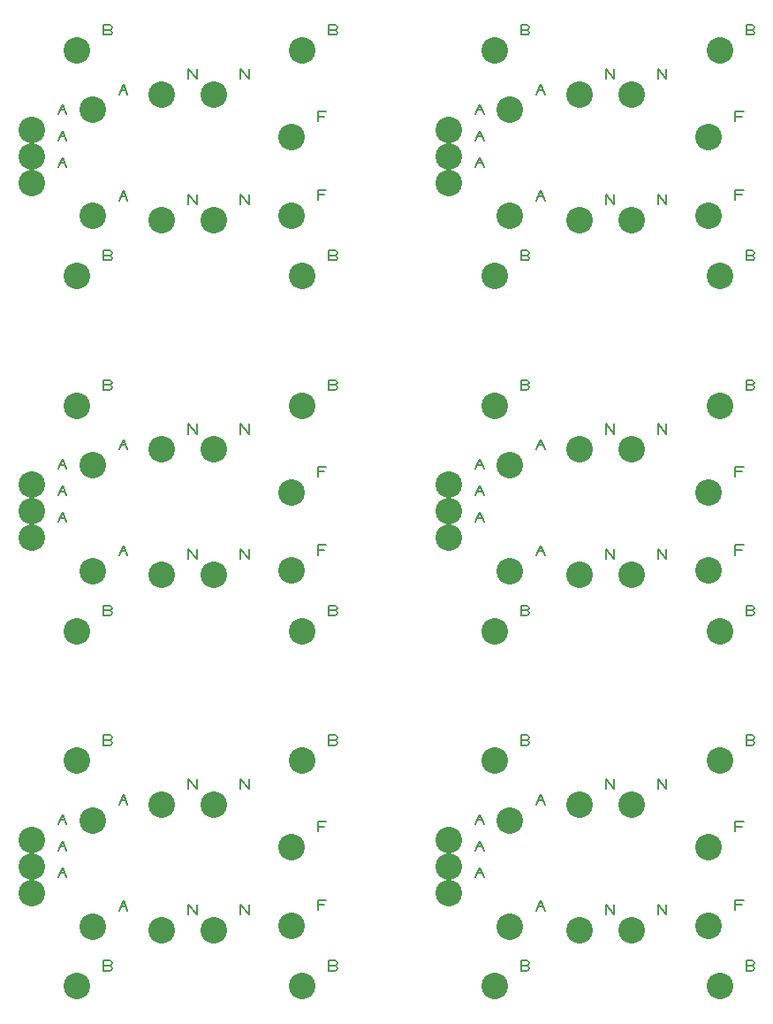
<source format=gbr>
G04 EasyPC Gerber Version 20.0.2 Build 4112 *
%FSLAX35Y35*%
%MOIN*%
%ADD15C,0.00500*%
%ADD14C,0.10000*%
X0Y0D02*
D02*
D14*
X14000Y56742D03*
Y66742D03*
Y76742D03*
Y190600D03*
Y200600D03*
Y210600D03*
Y324459D03*
Y334459D03*
Y344459D03*
X31126Y21522D03*
Y106522D03*
Y155380D03*
Y240380D03*
Y289239D03*
Y374239D03*
X37031Y44153D03*
Y84153D03*
Y178011D03*
Y218011D03*
Y311869D03*
Y351869D03*
X63094Y42743D03*
Y89987D03*
Y176601D03*
Y223845D03*
Y310459D03*
Y357703D03*
X82780Y42743D03*
Y89987D03*
Y176601D03*
Y223845D03*
Y310459D03*
Y357703D03*
X111970Y44365D03*
Y73893D03*
Y178224D03*
Y207751D03*
Y312082D03*
Y341609D03*
X116126Y21522D03*
Y106522D03*
Y155380D03*
Y240380D03*
Y289239D03*
Y374239D03*
X171480Y56742D03*
Y66742D03*
Y76742D03*
Y190600D03*
Y200600D03*
Y210600D03*
Y324459D03*
Y334459D03*
Y344459D03*
X188606Y21522D03*
Y106522D03*
Y155380D03*
Y240380D03*
Y289239D03*
Y374239D03*
X194511Y44153D03*
Y84153D03*
Y178011D03*
Y218011D03*
Y311869D03*
Y351869D03*
X220575Y42743D03*
Y89987D03*
Y176601D03*
Y223845D03*
Y310459D03*
Y357703D03*
X240260Y42743D03*
Y89987D03*
Y176601D03*
Y223845D03*
Y310459D03*
Y357703D03*
X269451Y44365D03*
Y73893D03*
Y178224D03*
Y207751D03*
Y312082D03*
Y341609D03*
X273606Y21522D03*
Y106522D03*
Y155380D03*
Y240380D03*
Y289239D03*
Y374239D03*
D02*
D15*
X24000Y62680D02*
X25563Y66430D01*
X27125Y62680*
X24625Y64242D02*
X26500D01*
X24000Y72680D02*
X25563Y76430D01*
X27125Y72680*
X24625Y74242D02*
X26500D01*
X24000Y82680D02*
X25563Y86430D01*
X27125Y82680*
X24625Y84242D02*
X26500D01*
X24000Y196538D02*
X25563Y200288D01*
X27125Y196538*
X24625Y198100D02*
X26500D01*
X24000Y206538D02*
X25563Y210288D01*
X27125Y206538*
X24625Y208100D02*
X26500D01*
X24000Y216538D02*
X25563Y220288D01*
X27125Y216538*
X24625Y218100D02*
X26500D01*
X24000Y330396D02*
X25563Y334146D01*
X27125Y330396*
X24625Y331959D02*
X26500D01*
X24000Y340396D02*
X25563Y344146D01*
X27125Y340396*
X24625Y341959D02*
X26500D01*
X24000Y350396D02*
X25563Y354146D01*
X27125Y350396*
X24625Y351959D02*
X26500D01*
X43313Y29335D02*
X43939Y29022D01*
X44251Y28397*
X43939Y27772*
X43313Y27459*
X41126*
Y31209*
X43313*
X43939Y30897*
X44251Y30272*
X43939Y29647*
X43313Y29335*
X41126*
X43313Y114335D02*
X43939Y114022D01*
X44251Y113397*
X43939Y112772*
X43313Y112459*
X41126*
Y116209*
X43313*
X43939Y115897*
X44251Y115272*
X43939Y114647*
X43313Y114335*
X41126*
X43313Y163193D02*
X43939Y162880D01*
X44251Y162256*
X43939Y161630*
X43313Y161318*
X41126*
Y165068*
X43313*
X43939Y164756*
X44251Y164130*
X43939Y163506*
X43313Y163193*
X41126*
X43313Y248193D02*
X43939Y247880D01*
X44251Y247256*
X43939Y246630*
X43313Y246318*
X41126*
Y250068*
X43313*
X43939Y249756*
X44251Y249130*
X43939Y248506*
X43313Y248193*
X41126*
X43313Y297051D02*
X43939Y296739D01*
X44251Y296114*
X43939Y295489*
X43313Y295176*
X41126*
Y298926*
X43313*
X43939Y298614*
X44251Y297989*
X43939Y297364*
X43313Y297051*
X41126*
X43313Y382051D02*
X43939Y381739D01*
X44251Y381114*
X43939Y380489*
X43313Y380176*
X41126*
Y383926*
X43313*
X43939Y383614*
X44251Y382989*
X43939Y382364*
X43313Y382051*
X41126*
X47031Y50090D02*
X48593Y53840D01*
X50156Y50090*
X47656Y51653D02*
X49531D01*
X47031Y90090D02*
X48593Y93840D01*
X50156Y90090*
X47656Y91653D02*
X49531D01*
X47031Y183948D02*
X48593Y187698D01*
X50156Y183948*
X47656Y185511D02*
X49531D01*
X47031Y223948D02*
X48593Y227698D01*
X50156Y223948*
X47656Y225511D02*
X49531D01*
X47031Y317807D02*
X48593Y321557D01*
X50156Y317807*
X47656Y319369D02*
X49531D01*
X47031Y357807D02*
X48593Y361557D01*
X50156Y357807*
X47656Y359369D02*
X49531D01*
X73094Y48680D02*
Y52430D01*
X76220Y48680*
Y52430*
X73094Y95924D02*
Y99674D01*
X76220Y95924*
Y99674*
X73094Y182538D02*
Y186288D01*
X76220Y182538*
Y186288*
X73094Y229782D02*
Y233532D01*
X76220Y229782*
Y233532*
X73094Y316396D02*
Y320146D01*
X76220Y316396*
Y320146*
X73094Y363641D02*
Y367391D01*
X76220Y363641*
Y367391*
X92780Y48680D02*
Y52430D01*
X95905Y48680*
Y52430*
X92780Y95924D02*
Y99674D01*
X95905Y95924*
Y99674*
X92780Y182538D02*
Y186288D01*
X95905Y182538*
Y186288*
X92780Y229782D02*
Y233532D01*
X95905Y229782*
Y233532*
X92780Y316396D02*
Y320146D01*
X95905Y316396*
Y320146*
X92780Y363641D02*
Y367391D01*
X95905Y363641*
Y367391*
X121970Y50303D02*
Y54053D01*
X125096*
X124470Y52178D02*
X121970D01*
Y79830D02*
Y83580D01*
X125096*
X124470Y81706D02*
X121970D01*
Y184161D02*
Y187911D01*
X125096*
X124470Y186036D02*
X121970D01*
Y213689D02*
Y217439D01*
X125096*
X124470Y215564D02*
X121970D01*
Y318019D02*
Y321769D01*
X125096*
X124470Y319894D02*
X121970D01*
Y347547D02*
Y351297D01*
X125096*
X124470Y349422D02*
X121970D01*
X128313Y29335D02*
X128939Y29022D01*
X129251Y28397*
X128939Y27772*
X128313Y27459*
X126126*
Y31209*
X128313*
X128939Y30897*
X129251Y30272*
X128939Y29647*
X128313Y29335*
X126126*
X128313Y114335D02*
X128939Y114022D01*
X129251Y113397*
X128939Y112772*
X128313Y112459*
X126126*
Y116209*
X128313*
X128939Y115897*
X129251Y115272*
X128939Y114647*
X128313Y114335*
X126126*
X128313Y163193D02*
X128939Y162880D01*
X129251Y162256*
X128939Y161630*
X128313Y161318*
X126126*
Y165068*
X128313*
X128939Y164756*
X129251Y164130*
X128939Y163506*
X128313Y163193*
X126126*
X128313Y248193D02*
X128939Y247880D01*
X129251Y247256*
X128939Y246630*
X128313Y246318*
X126126*
Y250068*
X128313*
X128939Y249756*
X129251Y249130*
X128939Y248506*
X128313Y248193*
X126126*
X128313Y297051D02*
X128939Y296739D01*
X129251Y296114*
X128939Y295489*
X128313Y295176*
X126126*
Y298926*
X128313*
X128939Y298614*
X129251Y297989*
X128939Y297364*
X128313Y297051*
X126126*
X128313Y382051D02*
X128939Y381739D01*
X129251Y381114*
X128939Y380489*
X128313Y380176*
X126126*
Y383926*
X128313*
X128939Y383614*
X129251Y382989*
X128939Y382364*
X128313Y382051*
X126126*
X181480Y62680D02*
X183043Y66430D01*
X184606Y62680*
X182106Y64242D02*
X183980D01*
X181480Y72680D02*
X183043Y76430D01*
X184606Y72680*
X182106Y74242D02*
X183980D01*
X181480Y82680D02*
X183043Y86430D01*
X184606Y82680*
X182106Y84242D02*
X183980D01*
X181480Y196538D02*
X183043Y200288D01*
X184606Y196538*
X182106Y198100D02*
X183980D01*
X181480Y206538D02*
X183043Y210288D01*
X184606Y206538*
X182106Y208100D02*
X183980D01*
X181480Y216538D02*
X183043Y220288D01*
X184606Y216538*
X182106Y218100D02*
X183980D01*
X181480Y330396D02*
X183043Y334146D01*
X184606Y330396*
X182106Y331959D02*
X183980D01*
X181480Y340396D02*
X183043Y344146D01*
X184606Y340396*
X182106Y341959D02*
X183980D01*
X181480Y350396D02*
X183043Y354146D01*
X184606Y350396*
X182106Y351959D02*
X183980D01*
X200794Y29335D02*
X201419Y29022D01*
X201731Y28397*
X201419Y27772*
X200794Y27459*
X198606*
Y31209*
X200794*
X201419Y30897*
X201731Y30272*
X201419Y29647*
X200794Y29335*
X198606*
X200794Y114335D02*
X201419Y114022D01*
X201731Y113397*
X201419Y112772*
X200794Y112459*
X198606*
Y116209*
X200794*
X201419Y115897*
X201731Y115272*
X201419Y114647*
X200794Y114335*
X198606*
X200794Y163193D02*
X201419Y162880D01*
X201731Y162256*
X201419Y161630*
X200794Y161318*
X198606*
Y165068*
X200794*
X201419Y164756*
X201731Y164130*
X201419Y163506*
X200794Y163193*
X198606*
X200794Y248193D02*
X201419Y247880D01*
X201731Y247256*
X201419Y246630*
X200794Y246318*
X198606*
Y250068*
X200794*
X201419Y249756*
X201731Y249130*
X201419Y248506*
X200794Y248193*
X198606*
X200794Y297051D02*
X201419Y296739D01*
X201731Y296114*
X201419Y295489*
X200794Y295176*
X198606*
Y298926*
X200794*
X201419Y298614*
X201731Y297989*
X201419Y297364*
X200794Y297051*
X198606*
X200794Y382051D02*
X201419Y381739D01*
X201731Y381114*
X201419Y380489*
X200794Y380176*
X198606*
Y383926*
X200794*
X201419Y383614*
X201731Y382989*
X201419Y382364*
X200794Y382051*
X198606*
X204511Y50090D02*
X206074Y53840D01*
X207636Y50090*
X205136Y51653D02*
X207011D01*
X204511Y90090D02*
X206074Y93840D01*
X207636Y90090*
X205136Y91653D02*
X207011D01*
X204511Y183948D02*
X206074Y187698D01*
X207636Y183948*
X205136Y185511D02*
X207011D01*
X204511Y223948D02*
X206074Y227698D01*
X207636Y223948*
X205136Y225511D02*
X207011D01*
X204511Y317807D02*
X206074Y321557D01*
X207636Y317807*
X205136Y319369D02*
X207011D01*
X204511Y357807D02*
X206074Y361557D01*
X207636Y357807*
X205136Y359369D02*
X207011D01*
X230575Y48680D02*
Y52430D01*
X233700Y48680*
Y52430*
X230575Y95924D02*
Y99674D01*
X233700Y95924*
Y99674*
X230575Y182538D02*
Y186288D01*
X233700Y182538*
Y186288*
X230575Y229782D02*
Y233532D01*
X233700Y229782*
Y233532*
X230575Y316396D02*
Y320146D01*
X233700Y316396*
Y320146*
X230575Y363641D02*
Y367391D01*
X233700Y363641*
Y367391*
X250260Y48680D02*
Y52430D01*
X253385Y48680*
Y52430*
X250260Y95924D02*
Y99674D01*
X253385Y95924*
Y99674*
X250260Y182538D02*
Y186288D01*
X253385Y182538*
Y186288*
X250260Y229782D02*
Y233532D01*
X253385Y229782*
Y233532*
X250260Y316396D02*
Y320146D01*
X253385Y316396*
Y320146*
X250260Y363641D02*
Y367391D01*
X253385Y363641*
Y367391*
X279451Y50303D02*
Y54053D01*
X282576*
X281951Y52178D02*
X279451D01*
Y79830D02*
Y83580D01*
X282576*
X281951Y81706D02*
X279451D01*
Y184161D02*
Y187911D01*
X282576*
X281951Y186036D02*
X279451D01*
Y213689D02*
Y217439D01*
X282576*
X281951Y215564D02*
X279451D01*
Y318019D02*
Y321769D01*
X282576*
X281951Y319894D02*
X279451D01*
Y347547D02*
Y351297D01*
X282576*
X281951Y349422D02*
X279451D01*
X285794Y29335D02*
X286419Y29022D01*
X286731Y28397*
X286419Y27772*
X285794Y27459*
X283606*
Y31209*
X285794*
X286419Y30897*
X286731Y30272*
X286419Y29647*
X285794Y29335*
X283606*
X285794Y114335D02*
X286419Y114022D01*
X286731Y113397*
X286419Y112772*
X285794Y112459*
X283606*
Y116209*
X285794*
X286419Y115897*
X286731Y115272*
X286419Y114647*
X285794Y114335*
X283606*
X285794Y163193D02*
X286419Y162880D01*
X286731Y162256*
X286419Y161630*
X285794Y161318*
X283606*
Y165068*
X285794*
X286419Y164756*
X286731Y164130*
X286419Y163506*
X285794Y163193*
X283606*
X285794Y248193D02*
X286419Y247880D01*
X286731Y247256*
X286419Y246630*
X285794Y246318*
X283606*
Y250068*
X285794*
X286419Y249756*
X286731Y249130*
X286419Y248506*
X285794Y248193*
X283606*
X285794Y297051D02*
X286419Y296739D01*
X286731Y296114*
X286419Y295489*
X285794Y295176*
X283606*
Y298926*
X285794*
X286419Y298614*
X286731Y297989*
X286419Y297364*
X285794Y297051*
X283606*
X285794Y382051D02*
X286419Y381739D01*
X286731Y381114*
X286419Y380489*
X285794Y380176*
X283606*
Y383926*
X285794*
X286419Y383614*
X286731Y382989*
X286419Y382364*
X285794Y382051*
X283606*
X0Y0D02*
M02*

</source>
